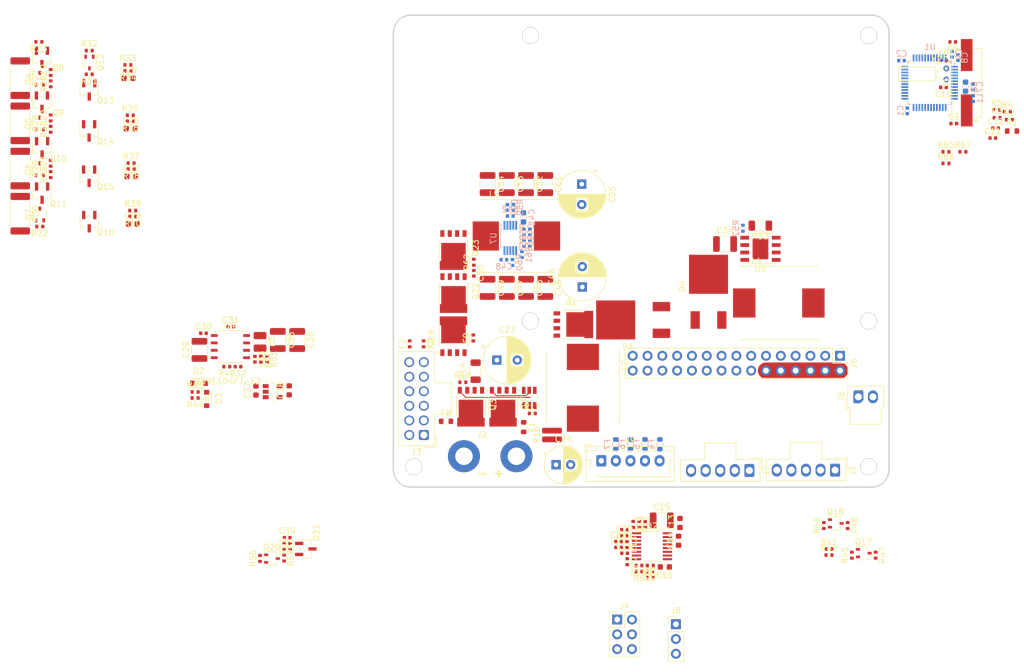
<source format=kicad_pcb>
(kicad_pcb (version 20211014) (generator pcbnew)
  (layers (0 "F.Cu" signal) (31 "B.Cu" signal) (34 "B.Paste" user) (35 "F.Paste" user) (36 "B.SilkS" user "B.Silkscreen") (37 "F.SilkS" user "F.Silkscreen") (38 "B.Mask" user) (39 "F.Mask" user) (44 "Edge.Cuts" user))
  (net 0 "")
  (net 1 "VDC")
  (net 2 "GND")
  (net 3 "VSYS_SW")
  (net 4 "VSYS")
  (net 5 "VBAT")
  (net 6 "+3V3")
  (net 7 "+5V1")
  (net 8 "VDDA")
  (net 9 "VSENSE_CELL_4S")
  (net 10 "VSENSE_CELL_3S")
  (net 11 "VSENSE_CELL_2S")
  (net 12 "VSENSE_CELL_1S")
  (net 13 "NRST")
  (net 14 "+4V")
  (net 15 "Net-(D2-Pad1)")
  (net 16 "EN_4V")
  (net 17 "Net-(D3-Pad1)")
  (net 18 "+19V5")
  (net 19 "Net-(D4-Pad1)")
  (net 20 "Net-(F1-Pad2)")
  (net 21 "/5V1_REAR")
  (net 22 "/5V1_PHONE")
  (net 23 "/CELL_4S")
  (net 24 "Net-(F4-Pad2)")
  (net 25 "/CELL_3S")
  (net 26 "Net-(F5-Pad2)")
  (net 27 "/CELL_2S")
  (net 28 "/CELL_1S")
  (net 29 "/ACDC_IN")
  (net 30 "/VSYS_SW_FUSED")
  (net 31 "/VPIEZO")
  (net 32 "DRV_PIEZO_LHS")
  (net 33 "PWM_LED_LHS")
  (net 34 "PWM_LED_REAR1")
  (net 35 "PWM_LED_REAR2")
  (net 36 "BUTTON")
  (net 37 "SWDIO")
  (net 38 "SWCLK")
  (net 39 "/FRONT_LED_P")
  (net 40 "/FRONT_LED_N")
  (net 41 "VSENSE_5V1")
  (net 42 "SPR_PB9")
  (net 43 "BOOT0")
  (net 44 "USART1_RTS")
  (net 45 "USART1_TX")
  (net 46 "SPI1_MOSI")
  (net 47 "USART1_CTS")
  (net 48 "SPI1_MISO")
  (net 49 "USART1_RX")
  (net 50 "SPI1_SCK")
  (net 51 "SPI1_NSS")
  (net 52 "DRV_PIEZO_RHS")
  (net 53 "PWM_LED_RHS")
  (net 54 "EN_HIGH_POWER")
  (net 55 "VSET_ICHG")
  (net 56 "Net-(C5-Pad1)")
  (net 57 "EN_CELL_4S_DIS")
  (net 58 "EN_CELL_3S_DIS")
  (net 59 "Net-(C16-Pad1)")
  (net 60 "EN_CELL_2S_DIS")
  (net 61 "EN_CELL_1S_DIS")
  (net 62 "Net-(Q11-Pad3)")
  (net 63 "Net-(Q12-Pad3)")
  (net 64 "EN_CELL_SENSE")
  (net 65 "Net-(C21-Pad2)")
  (net 66 "PWM_PIEZO_LHS")
  (net 67 "PWM_PIEZO_RHS")
  (net 68 "+4V_SW")
  (net 69 "CHG_IOUT")
  (net 70 "PWM_LED_FRONT")
  (net 72 "/Low Power and Drivers/FRONT_LED_N")
  (net 73 "/Battery/~{EN_CELL_4S_DIS}")
  (net 74 "/Battery/~{EN_CELL_3S_DIS}")
  (net 75 "/Battery/~{EN_CELL_2S_DIS}")
  (net 76 "/Battery/~{EN_CELL_1S_DIS}")
  (net 77 "/Battery/CELL_4S")
  (net 78 "Net-(Q8-Pad3)")
  (net 79 "/Battery/CELL_3S")
  (net 80 "Net-(Q9-Pad3)")
  (net 81 "/Battery/CELL_2S")
  (net 82 "/Battery/CELL_1S")
  (net 83 "/Low Power and Drivers/VPIEZO")
  (net 84 "/Low Power and Drivers/FRONT_LED_P")
  (net 85 "Net-(R63-Pad1)")
  (net 87 "/Battery/PWR_OR_STAT")
  (net 88 "/Battery/PWR_OR_GATE")
  (net 89 "/Battery/CHG_DRN")
  (net 90 "/Battery/CHG_CSSP")
  (net 91 "/Battery/CHG_CSSN")
  (net 92 "/High Power 5V1/5V1_BVDD")
  (net 93 "/High Power 5V1/5V1_BSW")
  (net 94 "/High Power 5V1/5V1_BCOMP")
  (net 95 "/Battery/CHG_CSB")
  (net 96 "/Battery/CHG_DRV")
  (net 97 "/High Power 5V1/5V1_BDRVH")
  (net 98 "/High Power 5V1/5V1_BDRVL")
  (net 99 "Net-(C3-Pad2)")
  (net 100 "Net-(C8-Pad1)")
  (net 101 "Net-(C9-Pad2)")
  (net 102 "Net-(C10-Pad1)")
  (net 103 "Net-(C11-Pad1)")
  (net 104 "Net-(C14-Pad1)")
  (net 105 "Net-(C15-Pad2)")
  (net 106 "Net-(C19-Pad2)")
  (net 107 "Net-(C20-Pad2)")
  (net 108 "Net-(C22-Pad2)")
  (net 109 "Net-(C31-Pad1)")
  (net 110 "Net-(C31-Pad2)")
  (net 111 "Net-(C32-Pad1)")
  (net 112 "Net-(C32-Pad2)")
  (net 113 "Net-(C33-Pad2)")
  (net 114 "Net-(C39-Pad2)")
  (net 115 "Net-(C44-Pad2)")
  (net 116 "Net-(C48-Pad1)")
  (net 117 "Net-(C50-Pad1)")
  (net 118 "Net-(F6-Pad2)")
  (net 119 "Net-(F7-Pad2)")
  (net 120 "Net-(J3-Pad1)")
  (net 125 "Net-(Q10-Pad3)")
  (net 126 "Net-(Q13-Pad3)")
  (net 127 "Net-(Q14-Pad3)")
  (net 128 "Net-(Q15-Pad3)")
  (net 129 "Net-(Q16-Pad3)")
  (net 130 "Net-(Q20-Pad3)")
  (net 131 "Net-(R6-Pad1)")
  (net 132 "Net-(R7-Pad1)")
  (net 133 "Net-(R10-Pad2)")
  (net 134 "Net-(R17-Pad2)")
  (net 135 "Net-(R54-Pad2)")
  (net 136 "Net-(R60-Pad2)")
  (footprint "Resistor_SMD:R_0402_1005Metric" (layer "F.Cu") (at 47.725 84.865 90)
    (fp_text reference "R26")
    (fp_text value "100k")
  )
  (footprint "Capacitor_SMD:C_0603_1608Metric" (layer "F.Cu") (at 61.8 93.34)
    (fp_text reference "C28")
    (fp_text value "1uF")
  )
  (footprint "Resistor_SMD:R_0402_1005Metric" (layer "F.Cu") (at 60.975 67.065 180)
    (fp_text reference "R34")
    (fp_text value "49.9k")
  )
  (footprint "Capacitor_SMD:C_0402_1005Metric" (layer "F.Cu") (at 145.1 147.855)
    (fp_text reference "C22")
    (fp_text value "100nF")
  )
  (footprint "Resistor_SMD:R_0402_1005Metric" (layer "F.Cu") (at 87.755 148.68 -90)
    (fp_text reference "R54")
    (fp_text value "49.9k")
  )
  (footprint "JetkovKiCADLib:SC-96_TSMT3_ROM" (layer "F.Cu") (at 54.340001 70.333 180)
    (fp_text reference "Q13")
    (fp_text value "Q_PMOS_GSD" hide)
  )
  (footprint "Capacitor_SMD:C_0402_1005Metric" (layer "F.Cu") (at 146.125 145.805 180)
    (fp_text reference "C18")
    (fp_text value "10nF")
  )
  (footprint "Capacitor_SMD:C_1210_3225Metric" (layer "F.Cu") (at 132.55 104.305 -90)
    (fp_text reference "C45")
    (fp_text value "10uF")
  )
  (footprint "Capacitor_SMD:C_1210_3225Metric" (layer "F.Cu") (at 125.95 86.49 -90)
    (fp_text reference "C53")
    (fp_text value "47uF")
  )
  (footprint "MountingHole:MountingHole_2.7mm_M2.5" (layer "F.Cu") (at 110 135.01)
    (fp_text reference "H5" hide)
    (fp_text value "MountingHole")
  )
  (footprint "Capacitor_SMD:C_1210_3225Metric" (layer "F.Cu") (at 90 113.25 -90)
    (fp_text reference "C35")
    (fp_text value "10uF")
  )
  (footprint "Resistor_SMD:R_0402_1005Metric" (layer "F.Cu") (at 150.55 153.005 180)
    (fp_text reference "R9")
    (fp_text value "DNP")
  )
  (footprint "JetkovKiCADLib:SOT-323_SC-70" (layer "F.Cu") (at 45.85 83.94 90)
    (fp_text reference "Q6")
    (fp_text value "Q_NMOS_GSD")
  )
  (footprint "JetkovKiCADLib:SC-96_TSMT3_ROM" (layer "F.Cu") (at 54.315 77.365 180)
    (fp_text reference "Q14")
    (fp_text value "Q_PMOS_GSD" hide)
  )
  (footprint "JetkovKiCADLib:Crystal_DS26_D2.0mm_L6.0mm_Horizontal" (layer "F.Cu") (at 201.325 66.65 -90)
    (fp_text reference "Y2")
    (fp_text value "32.768kHz")
  )
  (footprint "JetkovKiCADLib:Molex_Nano-Fit_105309-xx05_1x05_P2.50mm_Vertical" (layer "F.Cu") (at 167.55 135.645 -90)
    (fp_text reference "J7")
    (fp_text value "Nano-Fit")
  )
  (footprint "Resistor_SMD:R_0402_1005Metric" (layer "F.Cu") (at 88.78 148.68 90)
    (fp_text reference "R55")
    (fp_text value "100k")
  )
  (footprint "Resistor_SMD:R_1206_3216Metric" (layer "F.Cu") (at 120.6 118.605 90)
    (fp_text reference "R14")
    (fp_text value "22m")
  )
  (footprint "Resistor_SMD:R_0402_1005Metric" (layer "F.Cu") (at 148.6 151.955 180)
    (fp_text reference "R11")
    (fp_text value "49.9k")
  )
  (footprint "Resistor_SMD:R_0402_1005Metric" (layer "F.Cu") (at 209.9501 73.7449)
    (fp_text reference "R5")
    (fp_text value "100k")
  )
  (footprint "JetkovKiCADLib:SOT-323_SC-70" (layer "F.Cu") (at 187.17 149.83)
    (fp_text reference "Q17")
    (fp_text value "Q_NMOS_GSD")
  )
  (footprint "JetkovKiCADLib:WE-HCI_1365_7443551" (layer "F.Cu") (at 127.6 95.405)
    (fp_text reference "L5")
    (fp_text value "2.0uH")
  )
  (footprint "Capacitor_SMD:C_0402_1005Metric" (layer "F.Cu") (at 120.3 101.8 -90)
    (fp_text reference "C50")
    (fp_text value "1.5nF")
  )
  (footprint "Resistor_SMD:R_0402_1005Metric" (layer "F.Cu") (at 61.8 92.065 180)
    (fp_text reference "R40")
    (fp_text value "133k")
  )
  (footprint "Capacitor_SMD:C_0603_1608Metric" (layer "F.Cu") (at 61.475 76.99)
    (fp_text reference "C26")
    (fp_text value "1uF")
  )
  (footprint "Resistor_SMD:R_0402_1005Metric" (layer "F.Cu") (at 61.515 82.9)
    (fp_text reference "R37")
    (fp_text value "86.6k")
  )
  (footprint "MountingHole:MountingHole_2.7mm_M2.5" (layer "F.Cu") (at 130 61)
    (fp_text reference "H1" hide)
    (fp_text value "MountingHole")
  )
  (footprint "JetkovKiCADLib:Conn_Batt_Wire_10AWG" (layer "F.Cu") (at 127.6 133.205 180)
    (fp_text reference "J2")
    (fp_text value "PTH")
  )
  (footprint "Resistor_SMD:R_0402_1005Metric" (layer "F.Cu") (at 61.375 75.715 180)
    (fp_text reference "R36")
    (fp_text value "49.9k")
  )
  (footprint "Connector_PinHeader_2.54mm:PinHeader_2x03_P2.54mm_Vertical" (layer "F.Cu") (at 144.875 161.23)
    (fp_text reference "J4")
    (fp_text value "100mil")
  )
  (footprint "Resistor_SMD:R_0402_1005Metric" (layer "F.Cu") (at 185.13 150.19 90)
    (fp_text reference "R45")
    (fp_text value "100k")
  )
  (footprint "Capacitor_SMD:C_0402_1005Metric" (layer "F.Cu") (at 209.7801 76.8949)
    (fp_text reference "C12")
    (fp_text value "DNP")
  )
  (footprint "Resistor_SMD:R_0402_1005Metric" (layer "F.Cu") (at 54.340001 67.658 180)
    (fp_text reference "R31")
    (fp_text value "100k")
  )
  (footprint "Resistor_SMD:R_0402_1005Metric" (layer "F.Cu") (at 180.32 145.1 90)
    (fp_text reference "R46")
    (fp_text value "100k")
  )
  (footprint "JetkovKiCADLib:JST_XH_B5B-XH-AM_1x05_P2.50mm_Vertical" (layer "F.Cu") (at 142.15 133.98)
    (fp_text reference "J9")
    (fp_text value "JST-XH")
  )
  (footprint "JetkovKiCADLib:SC-96_TSMT3_ROM" (layer "F.Cu") (at 46.224999 64.758 180)
    (fp_text reference "Q8")
    (fp_text value "Q_PMOS_GSD" hide)
  )
  (footprint "JetkovKiCADLib:SC-96_TSMT3_ROM" (layer "F.Cu") (at 54.315001 85.147 180)
    (fp_text reference "Q15")
    (fp_text value "Q_PMOS_GSD" hide)
  )
  (footprint "JetkovKiCADLib:SC-96_TSMT3_ROM" (layer "F.Cu") (at 54.340001 92.947 180)
    (fp_text reference "Q16")
    (fp_text value "Q_PMOS_GSD" hide)
  )
  (footprint "Resistor_SMD:R_0402_1005Metric" (layer "F.Cu") (at 72.5 123.2 180)
    (fp_text reference "R44")
    (fp_text value "100k")
  )
  (footprint "JetkovKiCADLib:TO-252-2-3_DPAK_ST" (layer "F.Cu") (at 147.62 109.815 180)
    (fp_text reference "D1")
    (fp_text value "20A")
  )
  (footprint "Resistor_SMD:R_0402_1005Metric" (layer "F.Cu") (at 47.725 77.09 90)
    (fp_text reference "R25")
    (fp_text value "100k")
  )
  (footprint "Capacitor_SMD:C_1210_3225Metric" (layer "F.Cu") (at 129.25 86.49 -90)
    (fp_text reference "C52")
    (fp_text value "47uF")
  )
  (footprint "Resistor_SMD:R_0402_1005Metric" (layer "F.Cu") (at 87.75 150.665 -90)
    (fp_text reference "R57")
    (fp_text value "2k")
  )
  (footprint "Resistor_SMD:R_0402_1005Metric" (layer "F.Cu") (at 77.925 117.825 180)
    (fp_text reference "R49")
    (fp_text value "44.2k")
  )
  (footprint "Resistor_SMD:R_0402_1005Metric" (layer "F.Cu") (at 61.525 83.915 180)
    (fp_text reference "R38")
    (fp_text value "49.9k")
  )
  (footprint "Capacitor_SMD:C_0402_1005Metric" (layer "F.Cu") (at 88.28 147.18)
    (fp_text reference "C39")
    (fp_text value "10nF")
  )
  (footprint "MountingHole:MountingHole_2.7mm_M2.5" (layer "F.Cu") (at 188 61)
    (fp_text reference "H2" hide)
    (fp_text value "MountingHole")
  )
  (footprint "JetkovKiCADLib:CP_Radial_D6.3mm_P2.50mm" (layer "F.Cu") (at 134.4 134.655)
    (fp_text reference "C24")
    (fp_text value "33uF")
  )
  (footprint "JetkovKiCADLib:SC-76-SOD-323_USC_TSB" (layer "F.Cu") (at 73.175 120.675)
    (fp_text reference "D2")
    (fp_text value "500mA")
  )
  (footprint "Capacitor_SMD:C_1210_3225Metric" (layer "F.Cu") (at 132.55 86.49 -90)
    (fp_text reference "C51")
    (fp_text value "47uF")
  )
  (footprint "Resistor_SMD:R_0402_1005Metric" (layer "F.Cu") (at 184.41 145.1 -90)
    (fp_text reference "R48")
    (fp_text value "2k")
  )
  (footprint "Resistor_SMD:R_0402_1005Metric" (layer "F.Cu") (at 181.2 150.17)
    (fp_text reference "R42")
    (fp_text value "DNP")
  )
  (footprint "Resistor_SMD:R_0402_1005Metric" (layer "F.Cu") (at 150.55 154.055)
    (fp_text reference "R8")
    (fp_text value "0R")
  )
  (footprint "JetkovKiCADLib:SOT-23-6_TSOT-23-6_LT" (layer "F.Cu") (at 129.8 123.205 90)
    (fp_text reference "U3")
    (fp_text value "LTC4412ES6#TRPBF" hide)
  )
  (footprint "Capacitor_SMD:C_0402_1005Metric" (layer "F.Cu") (at 145.12 148.855)
    (fp_text reference "C21")
    (fp_text value "1nF")
  )
  (footprint "Capacitor_SMD:C_0402_1005Metric" (layer "F.Cu") (at 73.925 112.1)
    (fp_text reference "C30")
    (fp_text value "100nF")
  )
  (footprint "Resistor_SMD:R_0402_1005Metric" (layer "F.Cu") (at 45.7 62.09 180)
    (fp_text reference "R23")
    (fp_text value "100k")
  )
  (footprint "Resistor_SMD:R_0402_1005Metric" (layer "F.Cu") (at 47.725 67.34 90)
    (fp_text reference "R19")
    (fp_text value "100k")
  )
  (footprint "Capacitor_SMD:C_0402_1005Metric" (layer "F.Cu") (at 209.3001 78.5949)
    (fp_text reference "C11")
    (fp_text value "100nF")
  )
  (footprint "Resistor_SMD:R_0402_1005Metric" (layer "F.Cu") (at 210.0401 75.1199)
    (fp_text reference "R3")
    (fp_text value "100k")
  )
  (footprint "JetkovKiCADLib:SC-96_TSMT3_ROM" (layer "F.Cu") (at 46.25 80.2775 180)
    (fp_text reference "Q10")
    (fp_text value "Q_PMOS_GSD" hide)
  )
  (footprint "JetkovKiCADLib:AMDLA1306S" (layer "F.Cu") (at 172.6 106.9)
    (fp_text reference "L4")
    (fp_text value "47uH")
  )
  (footprint "Resistor_SMD:R_0402_1005Metric" (layer "F.Cu") (at 61.795 91.04)
    (fp_text reference "R39")
    (fp_text value "49.9k")
  )
  (footprint "Resistor_SMD:R_0402_1005Metric" (layer "F.Cu") (at 147.625 144.905 -90)
    (fp_text reference "R15")
    (fp_text value "4.7R")
  )
  (footprint "Resistor_SMD:R_0402_1005Metric" (layer "F.Cu") (at 47.725 75.14 90)
    (fp_text reference "R20")
    (fp_text value "100k")
  )
  (footprint "JetkovKiCADLib:LFPACK56-S08_SOT669_NXP" (layer "F.Cu") (at 137.25 110.5925)
    (fp_text reference "Q1")
    (fp_text value "Q_PMOS_LFPAK" hide)
  )
  (footprint "Resistor_SMD:R_0402_1005Metric" (layer "F.Cu") (at 118.41 120.505)
    (fp_text reference "R18")
    (fp_text value "442k")
  )
  (footprint "MountingHole:MountingHole_2.7mm_M2.5" (layer "F.Cu") (at 130.005 110)
    (fp_text reference "H3" hide)
    (fp_text value "MountingHole")
  )
  (footprint "JetkovKiCADLib:Molex_Nano-Fit_105309-xx05_1x05_P2.50mm_Vertical" (layer "F.Cu") (at 182.25 135.585 -90)
    (fp_text reference "J1")
    (fp_text value "Nano-Fit")
  )
  (footprint "Resistor_SMD:R_0402_1005Metric" (layer "F.Cu") (at 211.8001 74.0449)
    (fp_text reference "R4")
    (fp_text value "DNP")
  )
  (footprint "Capacitor_SMD:C_0603_1608Metric" (layer "F.Cu") (at 61.1 68.34)
    (fp_text reference "C25")
    (fp_text value "1uF")
  )
  (footprint "Resistor_SMD:R_2512_6332Metric" (layer "F.Cu") (at 42.5 68.315 -90)
    (fp_text reference "R27")
    (fp_text value "47R")
  )
  (footprint "Resistor_SMD:R_0603_1608Metric" (layer "F.Cu") (at 128.847292 128.205 -90)
    (fp_text reference "F1")
    (fp_text value "7A")
  )
  (footprint "JetkovKiCADLib:SC-96_TSMT3_ROM" (layer "F.Cu") (at 91.48 149.11 -90)
    (fp_text reference "Q21")
    (fp_text value "Q_PMOS_GSD" hide)
  )
  (footprint "MountingHole:MountingHole_2.7mm_M2.5" (layer "F.Cu") (at 188 135)
    (fp_text reference "H6" hide)
    (fp_text value "MountingHole")
  )
  (footprint "Capacitor_SMD:C_0603_1608Metric" (layer "F.Cu") (at 61.6 85.19)
    (fp_text reference "C27")
    (fp_text value "1uF")
  )
  (footprint "Resistor_SMD:R_0402_1005Metric" (layer "F.Cu") (at 61.375 74.69)
    (fp_text reference "R35")
    (fp_text value "154k")
  )
  (footprint "JetkovKiCADLib:SC-76-SOD-323_USC_TSB" (layer "F.Cu") (at 74.475 123.375 -90)
    (fp_text reference "D3")
    (fp_text value "500mA")
  )
  (footprint "Capacitor_SMD:C_0603_1608Metric" (layer "F.Cu") (at 155.4 147.705 90)
    (fp_text reference "C14")
    (fp_text value "220nF")
  )
  (footprint "Resistor_SMD:R_0402_1005Metric" (layer "F.Cu") (at 146.6 151.305 -90)
    (fp_text reference "R7")
    (fp_text value "0R")
  )
  (footprint "Resistor_SMD:R_0402_1005Metric" (layer "F.Cu") (at 146.57 148.365 -90)
    (fp_text reference "R13")
    (fp_text value "10k")
  )
  (footprint "Capacitor_SMD:C_0603_1608Metric" (layer "F.Cu") (at 155.65 144.655 90)
    (fp_text reference "C13")
    (fp_text value "220nF")
  )
  (footprint "Connector_PinHeader_2.54mm:PinHeader_2x15_P2.54mm_Vertical" (layer "F.Cu") (at 183.1 115.965 -90)
    (fp_text reference "J6")
    (fp_text value "100mil")
  )
  (footprint "Resistor_SMD:R_0402_1005Metric" (layer "F.Cu") (at 83.775 116.55 -90)
    (fp_text reference "R50")
    (fp_text value "402k")
  )
  (footprint "Capacitor_THT:CP_Radial_D8.0mm_P3.50mm" (layer "F.Cu") (at 138.8 86.505 -90)
    (fp_text reference "C55")
    (fp_text value "100uF")
  )
  (footprint "JetkovKiCADLib:LFPACK56-S08_SOT669_NXP" (layer "F.Cu") (at 125.3 124.605 -90)
    (fp_text reference "Q2")
    (fp_text value "Q_PMOS_LFPAK" hide)
  )
  (footprint "Resistor_SMD:R_0402_1005Metric" (layer "F.Cu") (at 201.2601 80.9549)
    (fp_text reference "R65")
    (fp_text value "DNP")
  )
  (footprint "MountingHole:MountingHole_2.7mm_M2.5" (layer "F.Cu") (at 188 110)
    (fp_text reference "H4" hide)
    (fp_text value "MountingHole")
  )
  (footprint "Capacitor_SMD:C_0402_1005Metric" (layer "F.Cu") (at 149.675 144.905 90)
    (fp_text reference "C17")
    (fp_text value "10nF")
  )
  (footprint "Resistor_SMD:R_0603_1608Metric" (layer "F.Cu") (at 212.6001 77.3949)
    (fp_text reference "R1")
    (fp_text value "200R")
  )
  (footprint "JetkovKiCADLib:8-SOIC_SO-8EP_DIO" (layer "F.Cu") (at 169.45 97.6 180)
    (fp_text reference "U5")
    (fp_text value "AL8843QSP-13" hide)
  )
  (footprint "JetkovKiCADLib:SC-96_TSMT3_ROM" (layer "F.Cu") (at 46.25 88.0525 180)
    (fp_text reference "Q11")
    (fp_text value "Q_PMOS_GSD" hide)
  )
  (footprint "Resistor_SMD:R_0402_1005Metric" (layer "F.Cu") (at 84.825 116.55 -90)
    (fp_text reference "R51")
    (fp_text value "100k")
  )
  (footprint "JetkovKiCADLib:Crystal_SMD_HC49_WURTH" (layer "F.Cu") (at 204.825 69.1 90)
    (fp_text reference "Y1")
    (fp_text value "8MHz")
  )
  (footprint "Resistor_SMD:R_0402_1005Metric" (layer "F.Cu") (at 181.2 149.13)
    (fp_text reference "R41")
    (fp_text value "0R")
  )
  (footprint "Resistor_SMD:R_0402_1005Metric" (layer "F.Cu") (at 148.6 153.005 180)
    (fp_text reference "R6")
    (fp_text value "100k")
  )
  (footprint "Resistor_SMD:R_0603_1608Metric" (layer "F.Cu") (at 115.525 127.205)
    (fp_text reference "F8")
    (fp_text value "7A")
  )
  (footprint "JetkovKiCADLib:SOT-323_SC-70" (layer "F.Cu") (at 85.675 150.765)
    (fp_text reference "Q20")
    (fp_text value "Q_NMOS_GSD")
  )
  (footprint "JetkovKiCADLib:LFPACK56-S08_SOT669_NXP" (layer "F.Cu") (at 119.8 124.605 -90)
    (fp_text reference "Q3")
    (fp_text value "Q_PMOS_LFPAK" hide)
  )
  (footprint "Resistor_SMD:R_1206_3216Metric" (layer "F.Cu") (at 169.425 93.625 180)
    (fp_text reference "R53")
    (fp_text value "39m")
  )
  (footprint "Resistor_SMD:R_0402_1005Metric" (layer "F.Cu") (at 54.34 63.59)
    (fp_text reference "R32")
    (fp_text value "100k")
  )
  (footprint "Resistor_SMD:R_0402_1005Metric" (layer "F.Cu") (at 130.322292 125.855)
    (fp_text reference "R17")
    (fp_text value "0R")
  )
  (footprint "Resistor_SMD:R_0402_1005Metric" (layer "F.Cu") (at 120.2 112.905 90)
    (fp_text reference "F9")
    (fp_text value "4A")
  )
  (footprint "Resistor_SMD:R_0402_1005Metric" (layer "F.Cu") (at 83.625 150.74 90)
    (fp_text reference "R56")
    (fp_text value "100k")
  )
  (footprint "Capacitor_SMD:C_1210_3225Metric" (layer "F.Cu") (at 129.25 104.305 -90)
    (fp_text reference "C46")
    (fp_text value "10uF")
  )
  (footprint "Resistor_SMD:R_2512_6332Metric" (layer "F.Cu") (at 42.5 76.065 -90)
    (fp_text reference "R28")
    (fp_text value "47R")
  )
  (footprint "JetkovKiCADLib:SOT-323_SC-70" (layer "F.Cu") (at 45.875 91.715 90)
    (fp_text reference "Q7")
    (fp_text value "Q_NMOS_GSD")
  )
  (footprint "Resistor_SMD:R_0402_1005Metric" (layer "F.Cu") (at 189.21 150.18 -90)
    (fp_text reference "R47")
    (fp_text value "2k")
  )
  (footprint "Capacitor_SMD:C_0402_1005Metric" (layer "F.Cu") (at 200.825 65.3)
    (fp_text reference "C9")
    (fp_text value "6pF")
  )
  (footprint "Capacitor_SMD:C_0402_1005Metric" (layer "F.Cu") (at 82.75 116.55 -90)
    (fp_text reference "C33")
    (fp_text value "12pF")
  )
  (footprint "JetkovKiCADLib:SOT-323_SC-70" (layer "F.Cu") (at 45.85 68.415 90)
    (fp_text reference "Q4")
    (fp_text value "Q_NMOS_GSD")
  )
  (footprint "JetkovKiCADLib:16-SSOP_16-QSOP_MAX" (layer "F.Cu") (at 150.85 148.655)
    (fp_text reference "U2")
    (fp_text value "MAX1873TEEE+" hide)
  )
  (footprint "Capacitor_SMD:C_1210_3225Metric" (layer "F.Cu") (at 152.525 144.205)
    (fp_text reference "C15")
    (fp_text value "10uF")
  )
  (footprint "Resistor_SMD:R_2512_6332Metric" (layer "F.Cu") (at 42.5 83.8275 -90)
    (fp_text reference "R29")
    (fp_text value "47R")
  )
  (footprint "JetkovKiCADLib:DR125-220-R_Handsolder" (layer "F.Cu") (at 139 121.455 -90)
    (fp_text reference "L2")
    (fp_text value "22uH")
  )
  (footprint "Capacitor_SMD:C_0402_1005Metric" (layer "F.Cu") (at 200.825 69.9 180)
    (fp_text reference "C10")
    (fp_text value "6pF")
  )
  (footprint "Resistor_SMD:R_0402_1005Metric" (layer "F.Cu") (at 45.85 93.79 180)
    (fp_text reference "R22")
    (fp_text value "100k")
  )
  (footprint "JetkovKiCADLib:SOT-323_SC-70" (layer "F.Cu") (at 54.375 65.64 -90)
    (fp_text reference "Q12")
    (fp_text value "Q_NMOS_GSD")
  )
  (footprint "JetkovKiCADLib:Molex_Nano-Fit_105309-xx02_1x02_P2.50mm_Vertical" (layer "F.Cu") (at 186.24 123.01 90)
    (fp_text reference "J5")
    (fp_text value "Nano-Fit")
  )
  (footprint "Connector_PinHeader_2.54mm:PinHeader_1x03_P2.54mm_Vertical" (layer "F.Cu") (at 154.95 162.03)
    (fp_text reference "J8")
    (fp_text value "DNP")
  )
  (footprint "Resistor_SMD:R_0402_1005Metric" (layer "F.Cu") (at 109.3 113.915 90)
    (fp_text reference "F2")
    (fp_text value "4A")
  )
  (footprint "Capacitor_SMD:C_1210_3225Metric" (layer "F.Cu") (at 73.245 114.95 90)
    (fp_text reference "C29")
    (fp_text value "10uF")
  )
  (footprint "Capacitor_SMD:C_1210_3225Metric" (layer "F.Cu") (at 163.375 96.775)
    (fp_text reference "C34")
    (fp_text value "10uF")
  )
  (footprint "Capacitor_THT:CP_Radial_D8.0mm_P3.50mm" (layer "F.Cu") (at 138.9 104.157651 90)
    (fp_text reference "C43")
    (fp_text value "100uF")
  )
  (footprint "Resistor_SMD:R_2512_6332Metric" (layer "F.Cu") (at 42.5 91.5775 -90)
    (fp_text reference "R30")
    (fp_text value "47R")
  )
  (footprint "JetkovKiCADLib:LFPACK56-S08_SOT669_NXP" (layer "F.Cu") (at 116.8125 105.105 -90)
    (fp_text reference "Q22")
    (fp_text value "Q_NMOS_LFPAK" hide)
  )
  (footprint "JetkovKiCADLib:LFPACK56-S08_SOT669_NXP" (layer "F.Cu") (at 116.8 97.705 -90)
    (fp_text reference "Q23")
    (fp_text value "Q_NMOS_LFPAK" hide)
  )
  (footprint "Resistor_SMD:R_0402_1005Metric" (layer "F.Cu") (at 120.3 99.9 90)
    (fp_text reference "R62")
    (fp_text value "2R")
  )
  (footprint "Resistor_SMD:R_0402_1005Metric" (layer "F.Cu") (at 148.675 144.905 -90)
    (fp_text reference "R12")
    (fp_text value "4.7R")
  )
  (footprint "Resistor_SMD:R_0402_1005Metric" (layer "F.Cu") (at 47.725 82.915 90)
    (fp_text reference "R21")
    (fp_text value "100k")
  )
  (footprint "JetkovKiCADLib:8-SOIC_8-SOP-J_ROHM" (layer "F.Cu") (at 78.55 114.39)
    (fp_text reference "U4")
    (fp_text value "BD9E104FJ-E2")
  )
  (footprint "Capacitor_SMD:C_0603_1608Metric" (layer "F.Cu") (at 82.925 121.925 90)
    (fp_text reference "C37")
    (fp_text value "1uF")
  )
  (footprint "Resistor_SMD:R_0612_1632Metric" (layer "F.Cu") (at 133.7 129.555 90)
    (fp_text reference "R16")
    (fp_text value "68m")
  )
  (footprint "Capacitor_SMD:C_0402_1005Metric" (layer "F.Cu") (at 202.605 76.1)
    (fp_text reference "C3")
    (fp_text value "15pF")
  )
  (footprint "JetkovKiCADLib:Molex_Nano-Fit_105310-xx12_2x06_P2.50mm_Vertical" (layer "F.Cu") (at 111.72 129.555 180)
    (fp_text reference "J3")
    (fp_text value "Nano-Fit")
  )
  (footprint "Capacitor_SMD:C_1210_3225Metric" (layer "F.Cu") (at 122.65 86.49 -90)
    (fp_text reference "C54")
    (fp_text value "47uF")
  )
  (footprint "JetkovKiCADLib:SOT-323_SC-70" (layer "F.Cu") (at 182.37 144.73)
    (fp_text reference "Q18")
    (fp_text value "Q_NMOS_GSD")
  )
  (footprint "JetkovKiCADLib:SC-96_TSMT3_ROM" (layer "F.Cu") (at 46.225 72.44 180)
    (fp_text reference "Q9")
    (fp_text value "Q_PMOS_GSD" hide)
  )
  (footprint "Resistor_SMD:R_0402_1005Metric" (layer "F.Cu") (at 150.56 151.955 180)
    (fp_text reference "R10")
    (fp_text value "133k")
  )
  (footprint "Capacitor_SMD:C_0402_1005Metric" (layer "F.Cu") (at 146.15 146.855)
    (fp_text reference "C20")
    (fp_text value "47nF")
  )
  (footprint "Inductor_SMD:L_1008_2520Metric" (layer "F.Cu") (at 83.625 113.575 -90)
    (fp_text reference "L3")
    (fp_text value "10uH")
  )
  (footprint "Capacitor_SMD:C_0402_1005Metric" (layer "F.Cu") (at 146.15 149.855)
    (fp_text reference "C19")
    (fp_text value "47nF")
  )
  (footprint "Capacitor_SMD:C_0603_1608Metric" (layer "F.Cu") (at 153.05 152.205 180)
    (fp_text reference "C16")
    (fp_text value "1uF")
  )
  (footprint "Capacitor_SMD:C_0402_1005Metric" (layer "F.Cu") (at 78.62 110.975)
    (fp_text reference "C31")
    (fp_text value "100nF")
  )
  (footprint "Capacitor_SMD:C_0402_1005Metric" (layer "F.Cu") (at 202.425 62.1 180)
    (fp_text reference "C5")
    (fp_text value "15pF")
  )
  (footprint "Capacitor_THT:CP_Radial_D8.0mm_P3.50mm" (layer "F.Cu") (at 124.247349 116.705)
    (fp_text reference "C23")
    (fp_text value "100uF")
  )
  (footprint "Resistor_SMD:R_0402_1005Metric" (layer "F.Cu") (at 201.2601 82.9449)
    (fp_text reference "R66")
    (fp_text value "49.9k")
  )
  (footprint "JetkovKiCADLib:SOT-23-5_TSOP−5_ON" (layer "F.Cu") (at 85.8 122.125)
    (fp_text reference "U6")
    (fp_text value "NCP164ASN330T1G" hide)
  )
  (footprint "Resistor_SMD:R_0402_1005Metric" (layer "F.Cu") (at 111.675 113.915 -90)
    (fp_text reference "F3")
    (fp_text value "4A")
  )
  (footprint "Resistor_SMD:R_0402_1005Metric" (layer "F.Cu") (at 212.1401 75.4449)
    (fp_text reference "R2")
    (fp_text value "0R")
  )
  (footprint "Capacitor_SMD:C_0603_1608Metric" (layer "F.Cu") (at 88.625 121.9 90)
    (fp_text reference "C38")
    (fp_text value "1uF")
  )
  (footprint "Resistor_SMD:R_0402_1005Metric" (layer "F.Cu") (at 47.725 69.29 90)
    (fp_text reference "R24")
    (fp_text value "100k")
  )
  (footprint "Capacitor_SMD:C_1210_3225Metric" (layer "F.Cu") (at 86.675 113.25 -90)
    (fp_text reference "C36")
    (fp_text value "10uF")
  )
  (footprint "JetkovKiCADLib:SOT-323_SC-70" (layer "F.Cu") (at 45.85 76.09 90)
    (fp_text reference "Q5")
    (fp_text value "Q_NMOS_GSD")
  )
  (footprint "Capacitor_SMD:C_1210_3225Metric" (layer "F.Cu") (at 125.95 104.305 -90)
    (fp_text reference "C47")
    (fp_text value "10uF")
  )
  (footprint "Resistor_SMD:R_0402_1005Metric" (layer "F.Cu") (at 204.1701 80.9549)
    (fp_text reference "R67")
    (fp_text value "80.6k")
  )
  (footprint "Resistor_SMD:R_0402_1005Metric" (layer "F.Cu") (at 60.965 66.04)
    (fp_text reference "R33")
    (fp_text value "221k")
  )
  (footprint "Capacitor_SMD:C_0402_1005Metric" (layer "F.Cu") (at 79.85 117.825 180)
    (fp_text reference "C32")
    (fp_text value "510pF")
  )
  (footprint "JetkovKiCADLib:LFPACK56-S08_SOT669_NXP" (layer "F.Cu") (at 116.8 112.705 90)
    (fp_text reference "Q19")
    (fp_text value "Q_PMOS_LFPAK" hide)
  )
  (footprint "JetkovKiCADLib:TO-252-2-3_DPAK_ST" (layer "F.Cu") (at 160.54 104.97 90)
    (fp_text reference "D4")
    (fp_text value "20A")
  )
  (footprint "Resistor_SMD:R_0402_1005Metric" (layer "F.Cu") (at 72.5 122.175)
    (fp_text reference "R43")
    (fp_text value "442k")
  )
  (footprint "Capacitor_SMD:C_1210_3225Metric" (layer "F.Cu") (at 122.65 104.305 -90)
    (fp_text reference "C49")
    (fp_text value "10uF")
  )
  (footprint "Capacitor_SMD:C_0402_1005Metric" (layer "B.Cu") (at 126.05 90.495 90)
    (fp_text reference "C44")
    (fp_text value "510pF")
  )
  (footprint "Capacitor_SMD:C_0402_1005Metric" (layer "B.Cu") (at 128.9 94.7 90)
    (fp_text reference "C40")
    (fp_text value "100nF")
  )
  (footprint "Resistor_SMD:R_0603_1608Metric" (layer "B.Cu") (at 147.15 131.155 -90)
    (fp_text reference "F6")
    (fp_text value "300mA")
  )
  (footprint "Resistor_SMD:R_0402_1005Metric" (layer "B.Cu") (at 127.075 90.475 90)
    (fp_text reference "R59")
    (fp_text value "27.4k")
  )
  (footprint "Resistor_SMD:R_0603_1608Metric" (layer "B.Cu") (at 149.65 131.155 -90)
    (fp_text reference "F5")
    (fp_text value "300mA")
  )
  (footprint "Capacitor_SMD:C_0603_1608Metric" (layer "B.Cu") (at 204.625 69.775 90)
    (fp_text reference "C6")
    (fp_text value "1uF")
  )
  (footprint "Capacitor_SMD:C_0603_1608Metric" (layer "B.Cu") (at 128.8 92.2 90)
    (fp_text reference "C41")
    (fp_text value "1uF")
  )
  (footprint "Resistor_SMD:R_0402_1005Metric" (layer "B.Cu") (at 129.905 94.71 -90)
    (fp_text reference "R58")
    (fp_text value "0R")
  )
  (footprint "Resistor_SMD:R_0402_1005Metric" (layer "B.Cu") (at 126.925 99.95 90)
    (fp_text reference "R60")
    (fp_text value "0R")
  )
  (footprint "Capacitor_SMD:C_0402_1005Metric" (layer "B.Cu") (at 203.325 64.8 90)
    (fp_text reference "C8")
    (fp_text value "100nF")
  )
  (footprint "Resistor_SMD:R_0402_1005Metric" (layer "B.Cu") (at 128.905 96.66 90)
    (fp_text reference "R64")
    (fp_text value "15k")
  )
  (footprint "Resistor_SMD:R_0402_1005Metric" (layer "B.Cu") (at 166.45 94.075 -90)
    (fp_text reference "R52")
    (fp_text value "1M")
  )
  (footprint "Capacitor_SMD:C_0402_1005Metric" (layer "B.Cu") (at 202.325 64.2 90)
    (fp_text reference "C4")
    (fp_text value "100nF")
  )
  (footprint "Resistor_SMD:R_0402_1005Metric" (layer "B.Cu") (at 128.555 98.61 90)
    (fp_text reference "R61")
    (fp_text value "100k")
  )
  (footprint "Capacitor_SMD:C_0402_1005Metric" (layer "B.Cu") (at 125.455 99.485)
    (fp_text reference "C48")
    (fp_text value "100nF")
  )
  (footprint "Inductor_SMD:L_0402_1005Metric" (layer "B.Cu") (at 205.925 71.815 90)
    (fp_text reference "L1")
    (fp_text value "600 Ohms @ 100 MHz")
  )
  (footprint "Resistor_SMD:R_0603_1608Metric" (layer "B.Cu") (at 152.2 131.155 -90)
    (fp_text reference "F4")
    (fp_text value "300mA")
  )
  (footprint "Resistor_SMD:R_0603_1608Metric" (layer "B.Cu") (at 144.65 131.155 -90)
    (fp_text reference "F7")
    (fp_text value "300mA")
  )
  (footprint "Capacitor_SMD:C_0402_1005Metric" (layer "B.Cu") (at 126.55 91.975 180)
    (fp_text reference "C42")
    (fp_text value "51pF")
  )
  (footprint "Resistor_SMD:R_0402_1005Metric" (layer "B.Cu") (at 129.9 96.65 -90)
    (fp_text reference "R63")
    (fp_text value "80.6k")
  )
  (footprint "Capacitor_SMD:C_0402_1005Metric" (layer "B.Cu") (at 193.645 65.3 180)
    (fp_text reference "C2")
    (fp_text value "100nF")
  )
  (footprint "JetkovKiCADLib:48-LQFP_ LQFP48_STM" (layer "B.Cu") (at 198.4601 69.0949 180)
    (fp_text reference "U1")
    (fp_text value "STM32L152CBT6" hide)
  )
  (footprint "Capacitor_SMD:C_0402_1005Metric" (layer "B.Cu") (at 205.925 69.82 90)
    (fp_text reference "C7")
    (fp_text value "100nF")
  )
  (footprint "Capacitor_SMD:C_0402_1005Metric" (layer "B.Cu") (at 194.625 73.92 -90)
    (fp_text reference "C1")
    (fp_text value "100nF")
  )
  (footprint "JetkovKiCADLib:10-MSOP_RM-10_AD" (layer "B.Cu") (at 126.555 95.735 -90)
    (fp_text reference "U7")
    (fp_text value "ADP1883ARMZ-0.6-R7" hide)
  )
  (gr_circle locked (center 110 135) (end 111.35 135) (layer "Edge.Cuts") (width 0.25) (fill none))
  (gr_circle locked (center 130 61) (end 131.35 61) (layer "Edge.Cuts") (width 0.25) (fill none))
  (gr_arc locked (start 188.5 57.5) (mid 190.62132 58.37868) (end 191.5 60.5) (layer "Edge.Cuts") (width 0.25))
  (gr_circle locked (center 130 110) (end 131.35 110) (layer "Edge.Cuts") (width 0.25) (fill none))
  (gr_arc locked (start 191.5 135.5) (mid 190.62132 137.62132) (end 188.5 138.5) (layer "Edge.Cuts") (width 0.25))
  (gr_circle locked (center 188 110) (end 189.35 110) (layer "Edge.Cuts") (width 0.25) (fill none))
  (gr_line locked (start 109.5 57.5) (end 188.5 57.5) (layer "Edge.Cuts") (width 0.25))
  (gr_line locked (start 191.5 60.5) (end 191.5 135.5) (layer "Edge.Cuts") (width 0.25))
  (gr_line locked (start 106.5 135.5) (end 106.5 60.5) (layer "Edge.Cuts") (width 0.25))
  (gr_arc locked (start 106.5 60.5) (mid 107.37868 58.37868) (end 109.5 57.5) (layer "Edge.Cuts") (width 0.25))
  (gr_arc locked (start 109.5 138.5) (mid 107.37868 137.62132) (end 106.5 135.5) (layer "Edge.Cuts") (width 0.25))
  (gr_circle locked (center 188 61) (end 189.35 61) (layer "Edge.Cuts") (width 0.25) (fill none))
  (gr_line locked (start 188.5 138.5) (end 109.5 138.5) (layer "Edge.Cuts") (width 0.25))
  (gr_circle locked (center 188 135) (end 189.35 135) (layer "Edge.Cuts") (width 0.25) (fill none))
  (segment (start 183.1 118.505) (end 170.4 118.505) (width 2.794) (layer "F.Cu") (net 7))
  (segment (start 119.109181 123.77568) (end 119.109181 123.99568) (width 0.1524) (layer "F.Cu") (net 18))
  (segment (start 129.83568 123.10932) (end 129.123946 123.10932) (width 0.1524) (layer "F.Cu") (net 87))
  (segment (start 118.90432 123.10932) (end 129.961902 123.10932) (width 0.1524) (layer "F.Cu") (net 87))
  (segment (start 117.895 122.1) (end 118.90432 123.10932) (width 0.1524) (layer "F.Cu") (net 87))
  (segment (start 129.25 122.805) (end 124.144583 122.805) (width 0.1524) (layer "F.Cu") (net 88))
  (segment (start 124.144583 122.805) (end 123.395 122.055417) (width 0.1524) (layer "F.Cu") (net 88))
  (segment (start 123.395 122.055417) (end 123.395 121.88) (width 0.1524) (layer "F.Cu") (net 88))
  (segment (start 129.8 122.255) (end 129.25 122.805) (width 0.1524) (layer "F.Cu") (net 88))
)
</source>
